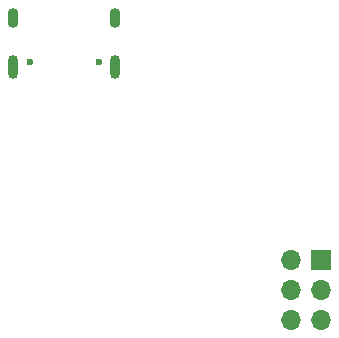
<source format=gbs>
G04 #@! TF.GenerationSoftware,KiCad,Pcbnew,(6.0.10-0)*
G04 #@! TF.CreationDate,2022-12-22T21:19:15-05:00*
G04 #@! TF.ProjectId,rev2,72657632-2e6b-4696-9361-645f70636258,rev?*
G04 #@! TF.SameCoordinates,Original*
G04 #@! TF.FileFunction,Soldermask,Bot*
G04 #@! TF.FilePolarity,Negative*
%FSLAX46Y46*%
G04 Gerber Fmt 4.6, Leading zero omitted, Abs format (unit mm)*
G04 Created by KiCad (PCBNEW (6.0.10-0)) date 2022-12-22 21:19:15*
%MOMM*%
%LPD*%
G01*
G04 APERTURE LIST*
%ADD10C,0.600000*%
%ADD11O,0.900000X1.700000*%
%ADD12O,0.900000X2.000000*%
%ADD13R,1.700000X1.700000*%
%ADD14O,1.700000X1.700000*%
G04 APERTURE END LIST*
D10*
X194390000Y-45825000D03*
X188610000Y-45825000D03*
D11*
X187180000Y-42135000D03*
X195820000Y-42135000D03*
D12*
X187180000Y-46305000D03*
X195820000Y-46305000D03*
D13*
X213200000Y-62600000D03*
D14*
X210660000Y-62600000D03*
X213200000Y-65140000D03*
X210660000Y-65140000D03*
X213200000Y-67680000D03*
X210660000Y-67680000D03*
M02*

</source>
